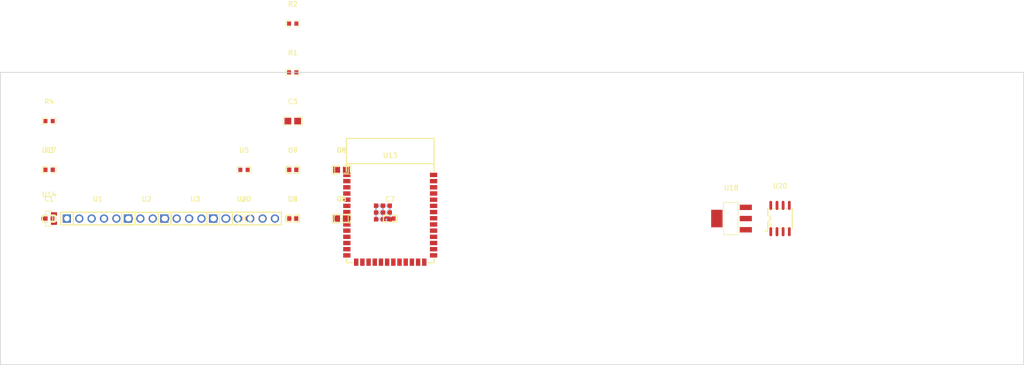
<source format=kicad_pcb>
(kicad_pcb (version 20241229) (generator "pcbnew") (generator_version "9.0")
  (layers (0 "F.Cu" signal) (31 "B.Cu" signal) (34 "B.Paste" user) (35 "F.Paste" user) (36 "B.SilkS" user "B.Silkscreen") (37 "F.SilkS" user "F.Silkscreen") (38 "B.Mask" user) (39 "F.Mask" user) (44 "Edge.Cuts" user))
  (net 0 "")
  (net 1 "io8")
  (net 2 "io40")
  (net 4 "footprint-anode-1")
  (net 5 "footprint-anode-0")
  (net 6 "io45")
  (net 7 "io2")
  (net 11 "io17")
  (net 12 "io37")
  (net 13 "footprint-ctrl-1")
  (net 14 "footprint-ctrl-3")
  (net 15 "spi_miso")
  (net 16 "io9")
  (net 17 "io47")
  (net 18 "footprint-anode-2")
  (net 20 "usb_dm")
  (net 21 "io42")
  (net 22 "io15")
  (net 23 "io39")
  (net 27 "io21")
  (net 28 "spi_mosi")
  (net 29 "io48")
  (net 30 "sck")
  (net 31 "footprint-ctrl-0")
  (net 32 "nc")
  (net 33 "io38")
  (net 34 "io3")
  (net 35 "cs")
  (net 36 "io36")
  (net 37 "io35")
  (net 40 "io46")
  (net 41 "io16")
  (net 42 "footprint-ctrl-2")
  (net 43 "io41")
  (net 45 "io14")
  (net 46 "io18")
  (net 47 "usb_dp")
  (net 52 "base")
  (net 50 "conn-net-12")
  (net 53 "GND")
  (net 55 "conn-net-4")
  (net 56 "conn-net-9")
  (net 57 "conn-net-5")
  (net 58 "footprint-net-3")
  (net 59 "power-VCC")
  (net 60 "conn-net-3")
  (net 61 "footprint-net-1")
  (net 62 "footprint-net-2")
  (net 63 "conn-net-7")
  (net 64 "conn-net-1")
  (net 65 "ssr_neg")
  (net 66 "conn-net-11")
  (net 67 "tc_minus")
  (net 68 "footprint-net-0")
  (net 69 "tc_plus")
  (net 70 "conn-net-6")
  (net 71 "en")
  (net 72 "output")
  (net 73 "conn-net-0")
  (net 74 "power_5v-VCC")
  (net 75 "conn-net-10")
  (net 76 "io0")
  (net 77 "conn-net-8")
  (net 78 "conn-net-2")
  (net 79 "pressure_adc")
  (footprint "Hubei_KENTO_Elec_KT_0603R:LED0603-RD" (layer "F.Cu") (at 40 0 0)
    (property "Reference" "U4" (at 0 -4 0) (layer "F.SilkS") (hide no))
    (property "Value" "")
    (fp_line (start 0.22 0.33) (end 0.21 0.33) (stroke (width 0.15)) (layer "F.SilkS"))
    (fp_line (start 0.21 0.33) (end -0.12 0) (stroke (width 0.15)) (layer "F.SilkS"))
    (fp_line (start 0.22 -0.35) (end 0.22 -0.34) (stroke (width 0.15)) (layer "F.SilkS"))
    (fp_line (start 0.22 -0.34) (end -0.12 0) (stroke (width 0.15)) (layer "F.SilkS"))
    (fp_line (start 0.22 -0.35) (end 0.22 0.33) (stroke (width 0.15)) (layer "F.SilkS"))
    (fp_line (start 0.24 -0.75) (end 1.39 -0.75) (stroke (width 0.15)) (layer "F.SilkS"))
    (fp_line (start 0.24 0.75) (end 1.39 0.75) (stroke (width 0.15)) (layer "F.SilkS"))
    (fp_line (start 1.39 -0.75) (end 1.39 0.73) (stroke (width 0.15)) (layer "F.SilkS"))
    (fp_line (start -0.14 0.75) (end -1.19 0.75) (stroke (width 0.15)) (layer "F.SilkS"))
    (fp_line (start -1.49 0.35) (end -1.49 0.45) (stroke (width 0.15)) (layer "F.SilkS"))
    (fp_line (start -1.49 0.45) (end -1.19 0.75) (stroke (width 0.15)) (layer "F.SilkS"))
    (fp_line (start -1.49 -0.35) (end -1.49 0.35) (stroke (width 0.15)) (layer "F.SilkS"))
    (fp_line (start -1.49 -0.35) (end -1.49 -0.45) (stroke (width 0.15)) (layer "F.SilkS"))
    (fp_line (start -1.49 -0.45) (end -1.19 -0.75) (stroke (width 0.15)) (layer "F.SilkS"))
    (fp_line (start -0.14 -0.75) (end -1.19 -0.75) (stroke (width 0.15)) (layer "F.SilkS"))
    (fp_line (start 0.22 0) (end -0.12 0) (stroke (width 0.15)) (layer "F.SilkS"))
    (fp_text user "${REFERENCE}" (at 0 -4 0) (layer "F.SilkS"))
    (pad "2" smd rect (at 0.75 0 90) (size 0.8 0.8) (layers "F.Cu" "F.Paste" "F.Mask") (net 5 "footprint-anode-0"))
    (pad "1" smd rect (at -0.75 0 90) (size 0.8 0.8) (layers "F.Cu" "F.Paste" "F.Mask") (net 31 "footprint-ctrl-0"))
  )
  (footprint "UNI_ROYAL_0603WAF1500T5E:R0603" (layer "F.Cu") (at 40 -10 0)
    (property "Reference" "U5" (at 0 -4 0) (layer "F.SilkS") (hide no))
    (property "Value" "150Ω ±1% 100mW")
    (fp_line (start 0.43 0.66) (end 1.39 0.66) (stroke (width 0.15)) (layer "F.SilkS"))
    (fp_line (start 1.39 0.66) (end 1.39 -0.66) (stroke (width 0.15)) (layer "F.SilkS"))
    (fp_line (start 1.39 -0.66) (end 0.43 -0.66) (stroke (width 0.15)) (layer "F.SilkS"))
    (fp_line (start -0.43 0.66) (end -1.39 0.66) (stroke (width 0.15)) (layer "F.SilkS"))
    (fp_line (start -1.39 0.66) (end -1.39 -0.66) (stroke (width 0.15)) (layer "F.SilkS"))
    (fp_line (start -1.39 -0.66) (end -0.43 -0.66) (stroke (width 0.15)) (layer "F.SilkS"))
    (fp_text user "${REFERENCE}" (at 0 -4 0) (layer "F.SilkS"))
    (pad "2" smd rect (at 0.75 0 0) (size 0.81 0.86) (layers "F.Cu" "F.Paste" "F.Mask") (net 5 "footprint-anode-0"))
    (pad "1" smd rect (at -0.75 0 0) (size 0.81 0.86) (layers "F.Cu" "F.Paste" "F.Mask") (net 59 "power-VCC"))
  )
  (footprint "Everlight_Elec_19_217_BHC_ZL1M2RY_3T:LED0603-FD_BLUE" (layer "F.Cu") (at 50 0 0)
    (property "Reference" "U6" (at 0 -4 0) (layer "F.SilkS") (hide no))
    (property "Value" "")
    (fp_line (start 0.09 -0.34) (end 0.09 0.15) (stroke (width 0.15)) (layer "F.SilkS"))
    (fp_line (start 0.09 0.15) (end 0.04 0.19) (stroke (width 0.15)) (layer "F.SilkS"))
    (fp_line (start -0.2 -0.05) (end 0.2 0.4) (stroke (width 0.15)) (layer "F.SilkS"))
    (fp_line (start 0.2 0.4) (end 0.2 -0.45) (stroke (width 0.15)) (layer "F.SilkS"))
    (fp_line (start 0.19 -0.44) (end -0.2 -0.05) (stroke (width 0.15)) (layer "F.SilkS"))
    (fp_line (start -0.04 -0.21) (end -0.04 0.1) (stroke (width 0.15)) (layer "F.SilkS"))
    (fp_line (start -0.04 0.1) (end -0.05 0.1) (stroke (width 0.15)) (layer "F.SilkS"))
    (fp_line (start 0.1 -0.05) (end -0.2 -0.05) (stroke (width 0.15)) (layer "F.SilkS"))
    (fp_line (start -0.4 -0.76) (end -1.2 -0.75) (stroke (width 0.15)) (layer "F.SilkS"))
    (fp_line (start -0.32 0.76) (end -1.2 0.75) (stroke (width 0.15)) (layer "F.SilkS"))
    (fp_line (start 0.13 0.75) (end 1.38 0.75) (stroke (width 0.15)) (layer "F.SilkS"))
    (fp_line (start -1.5 0.35) (end -1.5 0.45) (stroke (width 0.15)) (layer "F.SilkS"))
    (fp_line (start -1.5 0.45) (end -1.2 0.75) (stroke (width 0.15)) (layer "F.SilkS"))
    (fp_line (start -1.5 -0.35) (end -1.5 -0.45) (stroke (width 0.15)) (layer "F.SilkS"))
    (fp_line (start -1.5 -0.45) (end -1.2 -0.75) (stroke (width 0.15)) (layer "F.SilkS"))
    (fp_line (start -1.5 -0.35) (end -1.5 0.35) (stroke (width 0.15)) (layer "F.SilkS"))
    (fp_line (start 1.38 -0.75) (end 1.38 0.73) (stroke (width 0.15)) (layer "F.SilkS"))
    (fp_line (start 0.13 -0.75) (end 1.38 -0.75) (stroke (width 0.15)) (layer "F.SilkS"))
    (fp_text user "${REFERENCE}" (at 0 -4 0) (layer "F.SilkS"))
    (pad "2" smd rect (at 0.72 0 180) (size 0.8 0.9) (layers "F.Cu" "F.Paste" "F.Mask") (net 4 "footprint-anode-1"))
    (pad "1" smd rect (at -0.72 0 180) (size 0.8 0.9) (layers "F.Cu" "F.Paste" "F.Mask") (net 13 "footprint-ctrl-1"))
  )
  (footprint "UNI_ROYAL_0603WAF1200T5E:R0603" (layer "F.Cu") (at 50 -10 0)
    (property "Reference" "U7" (at 0 -4 0) (layer "F.SilkS") (hide no))
    (property "Value" "120Ω ±1% 100mW")
    (fp_line (start 0.43 0.66) (end 1.39 0.66) (stroke (width 0.15)) (layer "F.SilkS"))
    (fp_line (start 1.39 0.66) (end 1.39 -0.66) (stroke (width 0.15)) (layer "F.SilkS"))
    (fp_line (start 1.39 -0.66) (end 0.43 -0.66) (stroke (width 0.15)) (layer "F.SilkS"))
    (fp_line (start -0.43 0.66) (end -1.39 0.66) (stroke (width 0.15)) (layer "F.SilkS"))
    (fp_line (start -1.39 0.66) (end -1.39 -0.66) (stroke (width 0.15)) (layer "F.SilkS"))
    (fp_line (start -1.39 -0.66) (end -0.43 -0.66) (stroke (width 0.15)) (layer "F.SilkS"))
    (fp_text user "${REFERENCE}" (at 0 -4 0) (layer "F.SilkS"))
    (pad "2" smd rect (at 0.75 0 0) (size 0.81 0.86) (layers "F.Cu" "F.Paste" "F.Mask") (net 4 "footprint-anode-1"))
    (pad "1" smd rect (at -0.75 0 0) (size 0.81 0.86) (layers "F.Cu" "F.Paste" "F.Mask") (net 59 "power-VCC"))
  )
  (footprint "Everlight_Elec_19_217_GHC_YR1S2_3T:LED0603-RD" (layer "F.Cu") (at 60 0 0)
    (property "Reference" "U8" (at 0 -4 0) (layer "F.SilkS") (hide no))
    (property "Value" "")
    (fp_line (start 0.22 0.33) (end 0.21 0.33) (stroke (width 0.15)) (layer "F.SilkS"))
    (fp_line (start 0.21 0.33) (end -0.12 0) (stroke (width 0.15)) (layer "F.SilkS"))
    (fp_line (start 0.22 -0.35) (end 0.22 -0.34) (stroke (width 0.15)) (layer "F.SilkS"))
    (fp_line (start 0.22 -0.34) (end -0.12 0) (stroke (width 0.15)) (layer "F.SilkS"))
    (fp_line (start 0.22 -0.35) (end 0.22 0.33) (stroke (width 0.15)) (layer "F.SilkS"))
    (fp_line (start 0.24 -0.75) (end 1.39 -0.75) (stroke (width 0.15)) (layer "F.SilkS"))
    (fp_line (start 0.24 0.75) (end 1.39 0.75) (stroke (width 0.15)) (layer "F.SilkS"))
    (fp_line (start 1.39 -0.75) (end 1.39 0.73) (stroke (width 0.15)) (layer "F.SilkS"))
    (fp_line (start -0.14 0.75) (end -1.19 0.75) (stroke (width 0.15)) (layer "F.SilkS"))
    (fp_line (start -1.49 0.35) (end -1.49 0.45) (stroke (width 0.15)) (layer "F.SilkS"))
    (fp_line (start -1.49 0.45) (end -1.19 0.75) (stroke (width 0.15)) (layer "F.SilkS"))
    (fp_line (start -1.49 -0.35) (end -1.49 0.35) (stroke (width 0.15)) (layer "F.SilkS"))
    (fp_line (start -1.49 -0.35) (end -1.49 -0.45) (stroke (width 0.15)) (layer "F.SilkS"))
    (fp_line (start -1.49 -0.45) (end -1.19 -0.75) (stroke (width 0.15)) (layer "F.SilkS"))
    (fp_line (start -0.14 -0.75) (end -1.19 -0.75) (stroke (width 0.15)) (layer "F.SilkS"))
    (fp_line (start 0.22 0) (end -0.12 0) (stroke (width 0.15)) (layer "F.SilkS"))
    (fp_text user "${REFERENCE}" (at 0 -4 0) (layer "F.SilkS"))
    (pad "2" smd rect (at 0.75 0 90) (size 0.8 0.8) (layers "F.Cu" "F.Paste" "F.Mask") (net 18 "footprint-anode-2"))
    (pad "1" smd rect (at -0.75 0 90) (size 0.8 0.8) (layers "F.Cu" "F.Paste" "F.Mask") (net 42 "footprint-ctrl-2"))
  )
  (footprint "UNI_ROYAL_0603WAF1000T5E:R0603" (layer "F.Cu") (at 60 -10 0)
    (property "Reference" "U9" (at 0 -4 0) (layer "F.SilkS") (hide no))
    (property "Value" "100Ω ±1% 100mW")
    (fp_line (start 0.43 0.66) (end 1.39 0.66) (stroke (width 0.15)) (layer "F.SilkS"))
    (fp_line (start 1.39 0.66) (end 1.39 -0.66) (stroke (width 0.15)) (layer "F.SilkS"))
    (fp_line (start 1.39 -0.66) (end 0.43 -0.66) (stroke (width 0.15)) (layer "F.SilkS"))
    (fp_line (start -0.43 0.66) (end -1.39 0.66) (stroke (width 0.15)) (layer "F.SilkS"))
    (fp_line (start -1.39 0.66) (end -1.39 -0.66) (stroke (width 0.15)) (layer "F.SilkS"))
    (fp_line (start -1.39 -0.66) (end -0.43 -0.66) (stroke (width 0.15)) (layer "F.SilkS"))
    (fp_text user "${REFERENCE}" (at 0 -4 0) (layer "F.SilkS"))
    (pad "2" smd rect (at 0.75 0 0) (size 0.81 0.86) (layers "F.Cu" "F.Paste" "F.Mask") (net 18 "footprint-anode-2"))
    (pad "1" smd rect (at -0.75 0 0) (size 0.81 0.86) (layers "F.Cu" "F.Paste" "F.Mask") (net 59 "power-VCC"))
  )
  (footprint "Espressif_Systems_ESP32_S3_WROOM_1_N8:WIFIM-SMD_ESP32-S3-WROOM-1-N8" (layer "F.Cu") (at 70 0 0)
    (property "Reference" "U13" (at 0 -12.95 0) (layer "F.SilkS") (hide no))
    (property "Value" "")
    (fp_line (start -9 -11.26) (end 9 -11.26) (stroke (width 0.25)) (layer "F.SilkS"))
    (fp_line (start -9 -9.63) (end -9 -11.04) (stroke (width 0.25)) (layer "F.SilkS"))
    (fp_line (start -7.67 9.06) (end -9 9.06) (stroke (width 0.25)) (layer "F.SilkS"))
    (fp_line (start -9 9.06) (end -9 8.24) (stroke (width 0.25)) (layer "F.SilkS"))
    (fp_line (start 9 8.24) (end 9 9.06) (stroke (width 0.25)) (layer "F.SilkS"))
    (fp_line (start 9 9.06) (end 7.67 9.06) (stroke (width 0.25)) (layer "F.SilkS"))
    (fp_line (start -9 -10.99) (end -9 -16.44) (stroke (width 0.25)) (layer "F.SilkS"))
    (fp_line (start -9 -16.44) (end 9 -16.44) (stroke (width 0.25)) (layer "F.SilkS"))
    (fp_line (start 9 -16.44) (end 9 -9.63) (stroke (width 0.25)) (layer "F.SilkS"))
    (fp_text user "${REFERENCE}" (at 0 -12.95 0) (layer "F.SilkS"))
    (pad "1" smd rect (at -8.9 -8.95 0) (size 1.5 0.9) (layers "F.Cu" "F.Paste" "F.Mask") (net 53 "GND"))
    (pad "2" smd rect (at -8.9 -7.68 0) (size 1.5 0.9) (layers "F.Cu" "F.Paste" "F.Mask") (net 59 "power-VCC"))
    (pad "3" smd rect (at -8.9 -6.41 0) (size 1.5 0.9) (layers "F.Cu" "F.Paste" "F.Mask") (net 71 "en"))
    (pad "4" smd rect (at -8.9 -5.14 0) (size 1.5 0.9) (layers "F.Cu" "F.Paste" "F.Mask") (net 14 "footprint-ctrl-3"))
    (pad "5" smd rect (at -8.9 -3.87 0) (size 1.5 0.9) (layers "F.Cu" "F.Paste" "F.Mask") (net 42 "footprint-ctrl-2"))
    (pad "6" smd rect (at -8.9 -2.6 0) (size 1.5 0.9) (layers "F.Cu" "F.Paste" "F.Mask") (net 13 "footprint-ctrl-1"))
    (pad "7" smd rect (at -8.9 -1.33 0) (size 1.5 0.9) (layers "F.Cu" "F.Paste" "F.Mask") (net 31 "footprint-ctrl-0"))
    (pad "8" smd rect (at -8.9 -0.06 0) (size 1.5 0.9) (layers "F.Cu" "F.Paste" "F.Mask") (net 22 "io15"))
    (pad "9" smd rect (at -8.9 1.21 0) (size 1.5 0.9) (layers "F.Cu" "F.Paste" "F.Mask") (net 41 "io16"))
    (pad "10" smd rect (at -8.9 2.48 0) (size 1.5 0.9) (layers "F.Cu" "F.Paste" "F.Mask") (net 11 "io17"))
    (pad "11" smd rect (at -8.9 3.75 0) (size 1.5 0.9) (layers "F.Cu" "F.Paste" "F.Mask") (net 46 "io18"))
    (pad "12" smd rect (at -8.9 5.02 0) (size 1.5 0.9) (layers "F.Cu" "F.Paste" "F.Mask") (net 1 "io8"))
    (pad "13" smd rect (at -8.9 6.29 0) (size 1.5 0.9) (layers "F.Cu" "F.Paste" "F.Mask") (net 20 "usb_dm"))
    (pad "14" smd rect (at -8.9 7.56 0) (size 1.5 0.9) (layers "F.Cu" "F.Paste" "F.Mask") (net 47 "usb_dp"))
    (pad "15" smd rect (at -6.98 8.95 0) (size 0.9 1.5) (layers "F.Cu" "F.Paste" "F.Mask") (net 34 "io3"))
    (pad "16" smd rect (at -5.71 8.95 0) (size 0.9 1.5) (layers "F.Cu" "F.Paste" "F.Mask") (net 62 "footprint-net-2"))
    (pad "17" smd rect (at -4.44 8.95 0) (size 0.9 1.5) (layers "F.Cu" "F.Paste" "F.Mask") (net 16 "io9"))
    (pad "18" smd rect (at -3.17 8.95 0) (size 0.9 1.5) (layers "F.Cu" "F.Paste" "F.Mask") (net 35 "cs"))
    (pad "19" smd rect (at -1.9 8.95 0) (size 0.9 1.5) (layers "F.Cu" "F.Paste" "F.Mask") (net 28 "spi_mosi"))
    (pad "20" smd rect (at -0.63 8.95 0) (size 0.9 1.5) (layers "F.Cu" "F.Paste" "F.Mask") (net 30 "sck"))
    (pad "21" smd rect (at 0.64 8.95 0) (size 0.9 1.5) (layers "F.Cu" "F.Paste" "F.Mask") (net 15 "spi_miso"))
    (pad "22" smd rect (at 1.91 8.95 0) (size 0.9 1.5) (layers "F.Cu" "F.Paste" "F.Mask") (net 45 "io14"))
    (pad "23" smd rect (at 3.18 8.95 0) (size 0.9 1.5) (layers "F.Cu" "F.Paste" "F.Mask") (net 27 "io21"))
    (pad "24" smd rect (at 4.45 8.95 0) (size 0.9 1.5) (layers "F.Cu" "F.Paste" "F.Mask") (net 61 "footprint-net-1"))
    (pad "25" smd rect (at 5.72 8.95 0) (size 0.9 1.5) (layers "F.Cu" "F.Paste" "F.Mask") (net 7 "io2"))
    (pad "26" smd rect (at 6.99 8.95 0) (size 0.9 1.5) (layers "F.Cu" "F.Paste" "F.Mask") (net 79 "pressure_adc"))
    (pad "27" smd rect (at 8.9 7.56 0) (size 1.5 0.9) (layers "F.Cu" "F.Paste" "F.Mask") (net 76 "io0"))
    (pad "28" smd rect (at 8.9 6.29 0) (size 1.5 0.9) (layers "F.Cu" "F.Paste" "F.Mask") (net 37 "io35"))
    (pad "29" smd rect (at 8.9 5.02 0) (size 1.5 0.9) (layers "F.Cu" "F.Paste" "F.Mask") (net 36 "io36"))
    (pad "30" smd rect (at 8.9 3.75 0) (size 1.5 0.9) (layers "F.Cu" "F.Paste" "F.Mask") (net 12 "io37"))
    (pad "31" smd rect (at 8.9 2.48 0) (size 1.5 0.9) (layers "F.Cu" "F.Paste" "F.Mask") (net 33 "io38"))
    (pad "32" smd rect (at 8.9 1.21 0) (size 1.5 0.9) (layers "F.Cu" "F.Paste" "F.Mask") (net 23 "io39"))
    (pad "33" smd rect (at 8.9 -0.06 0) (size 1.5 0.9) (layers "F.Cu" "F.Paste" "F.Mask") (net 2 "io40"))
    (pad "34" smd rect (at 8.9 -1.33 0) (size 1.5 0.9) (layers "F.Cu" "F.Paste" "F.Mask") (net 43 "io41"))
    (pad "35" smd rect (at 8.9 -2.6 0) (size 1.5 0.9) (layers "F.Cu" "F.Paste" "F.Mask") (net 21 "io42"))
    (pad "36" smd rect (at 8.9 -3.87 0) (size 1.5 0.9) (layers "F.Cu" "F.Paste" "F.Mask") (net 6 "io45"))
    (pad "37" smd rect (at 8.9 -5.14 0) (size 1.5 0.9) (layers "F.Cu" "F.Paste" "F.Mask") (net 40 "io46"))
    (pad "38" smd rect (at 8.9 -6.41 0) (size 1.5 0.9) (layers "F.Cu" "F.Paste" "F.Mask") (net 17 "io47"))
    (pad "39" smd rect (at 8.9 -7.68 0) (size 1.5 0.9) (layers "F.Cu" "F.Paste" "F.Mask") (net 29 "io48"))
    (pad "40" smd rect (at 8.9 -8.95 0) (size 1.5 0.9) (layers "F.Cu" "F.Paste" "F.Mask") (net 53 "GND"))
    (pad "41" smd rect (at -1.5 -1.24 90) (size 0.9 0.9) (layers "F.Cu" "F.Paste" "F.Mask") (net 53 "GND"))
    (pad "41" smd rect (at -2.9 -1.24 90) (size 0.9 0.9) (layers "F.Cu" "F.Paste" "F.Mask") (net 53 "GND"))
    (pad "41" smd rect (at -0.1 -1.24 90) (size 0.9 0.9) (layers "F.Cu" "F.Paste" "F.Mask") (net 53 "GND"))
    (pad "41" smd rect (at -0.1 -2.64 90) (size 0.9 0.9) (layers "F.Cu" "F.Paste" "F.Mask") (net 53 "GND"))
    (pad "41" smd rect (at -1.5 -2.64 90) (size 0.9 0.9) (layers "F.Cu" "F.Paste" "F.Mask") (net 53 "GND"))
    (pad "41" smd rect (at -2.9 -2.64 90) (size 0.9 0.9) (layers "F.Cu" "F.Paste" "F.Mask") (net 53 "GND"))
    (pad "41" smd rect (at -2.9 0.16 90) (size 0.9 0.9) (layers "F.Cu" "F.Paste" "F.Mask") (net 53 "GND"))
    (pad "41" smd rect (at -1.5 0.16 90) (size 0.9 0.9) (layers "F.Cu" "F.Paste" "F.Mask") (net 53 "GND"))
    (pad "41" smd rect (at -0.1 0.16 90) (size 0.9 0.9) (layers "F.Cu" "F.Paste" "F.Mask") (net 53 "GND"))
    (pad "" thru_hole circle (at -1.5 -1.94 0) (size 0.4 0.4) (drill 0.25) (layers "*.Cu" "*.Paste" "*.Mask") (net 68 "footprint-net-0"))
    (pad "" thru_hole circle (at -1.5 -0.54 0) (size 0.4 0.4) (drill 0.25) (layers "*.Cu" "*.Paste" "*.Mask") (net 68 "footprint-net-0"))
    (pad "" thru_hole circle (at -0.1 -0.54 0) (size 0.4 0.4) (drill 0.25) (layers "*.Cu" "*.Paste" "*.Mask") (net 68 "footprint-net-0"))
    (pad "" thru_hole circle (at -0.1 -1.94 0) (size 0.4 0.4) (drill 0.25) (layers "*.Cu" "*.Paste" "*.Mask") (net 68 "footprint-net-0"))
    (pad "" thru_hole circle (at -0.8 -2.64 0) (size 0.4 0.4) (drill 0.25) (layers "*.Cu" "*.Paste" "*.Mask") (net 68 "footprint-net-0"))
    (pad "" thru_hole circle (at -0.8 -1.24 0) (size 0.4 0.4) (drill 0.25) (layers "*.Cu" "*.Paste" "*.Mask") (net 68 "footprint-net-0"))
    (pad "" thru_hole circle (at -0.8 0.16 0) (size 0.4 0.4) (drill 0.25) (layers "*.Cu" "*.Paste" "*.Mask") (net 68 "footprint-net-0"))
    (pad "" thru_hole circle (at -2.9 -0.54 0) (size 0.4 0.4) (drill 0.25) (layers "*.Cu" "*.Paste" "*.Mask") (net 68 "footprint-net-0"))
    (pad "" thru_hole circle (at -2.9 -1.94 0) (size 0.4 0.4) (drill 0.25) (layers "*.Cu" "*.Paste" "*.Mask") (net 68 "footprint-net-0"))
    (pad "" thru_hole circle (at -2.2 -2.64 0) (size 0.4 0.4) (drill 0.25) (layers "*.Cu" "*.Paste" "*.Mask") (net 68 "footprint-net-0"))
    (pad "" thru_hole circle (at -2.2 -1.24 0) (size 0.4 0.4) (drill 0.25) (layers "*.Cu" "*.Paste" "*.Mask") (net 68 "footprint-net-0"))
    (pad "" thru_hole circle (at -2.2 0.16 0) (size 0.4 0.4) (drill 0.25) (layers "*.Cu" "*.Paste" "*.Mask") (net 68 "footprint-net-0"))
  )
  (footprint "Advanced_Monolithic_Systems_AMS1117_3_3:SOT-223-3_L6.5-W3.4-P2.30-LS7.0-BR" (layer "F.Cu") (at 140 0 0)
    (property "Reference" "U18" (at 0 -6.3 0) (layer "F.SilkS") (hide no))
    (property "Value" "")
    (fp_line (start -1.57 3.33) (end -1.57 -3.33) (stroke (width 0.15)) (layer "F.SilkS"))
    (fp_line (start -1.57 -3.33) (end 1.37 -3.33) (stroke (width 0.15)) (layer "F.SilkS"))
    (fp_line (start 1.37 -3.33) (end 1.37 3.33) (stroke (width 0.15)) (layer "F.SilkS"))
    (fp_line (start 1.37 3.33) (end -1.57 3.33) (stroke (width 0.15)) (layer "F.SilkS"))
    (fp_text user "${REFERENCE}" (at 0 -6.3 0) (layer "F.SilkS"))
    (pad "1" smd rect (at 2.97 2.3 0) (size 2.5 1.1) (layers "F.Cu" "F.Paste" "F.Mask") (net 53 "GND"))
    (pad "2" smd rect (at 2.97 0 0) (size 2.5 1.1) (layers "F.Cu" "F.Paste" "F.Mask") (net 59 "power-VCC"))
    (pad "3" smd rect (at 2.97 -2.3 0) (size 2.5 1.1) (layers "F.Cu" "F.Paste" "F.Mask") (net 74 "power_5v-VCC"))
    (pad "4" smd rect (at -2.97 0 0) (size 2.34 3.6) (layers "F.Cu" "F.Paste" "F.Mask") (net 58 "footprint-net-3"))
  )
  (footprint "Maxim_Integrated_MAX31855KASA_T:SO-8_L4.9-W3.9-P1.27-LS5.9-BL" (layer "F.Cu") (at 150 0 0)
    (property "Reference" "U20" (at 0 -6.7 0) (layer "F.SilkS") (hide no))
    (property "Value" "")
    (fp_line (start -2.5 2) (end -2.5 0.63) (stroke (width 0.25)) (layer "F.SilkS"))
    (fp_line (start -2.5 -2) (end -2.5 -0.63) (stroke (width 0.25)) (layer "F.SilkS"))
    (fp_line (start 2.5 -2) (end 2.5 2) (stroke (width 0.25)) (layer "F.SilkS"))
    (fp_line (start 2.42 2) (end 2.5 2) (stroke (width 0.25)) (layer "F.SilkS"))
    (fp_line (start 1.15 2) (end 1.39 2) (stroke (width 0.25)) (layer "F.SilkS"))
    (fp_line (start -0.12 2) (end 0.12 2) (stroke (width 0.25)) (layer "F.SilkS"))
    (fp_line (start -1.39 2) (end -1.15 2) (stroke (width 0.25)) (layer "F.SilkS"))
    (fp_line (start -2.5 2) (end -2.42 2) (stroke (width 0.25)) (layer "F.SilkS"))
    (fp_line (start 2.42 -2) (end 2.5 -2) (stroke (width 0.25)) (layer "F.SilkS"))
    (fp_line (start 1.15 -2) (end 1.39 -2) (stroke (width 0.25)) (layer "F.SilkS"))
    (fp_line (start -0.12 -2) (end 0.12 -2) (stroke (width 0.25)) (layer "F.SilkS"))
    (fp_line (start -1.39 -2) (end -1.15 -2) (stroke (width 0.25)) (layer "F.SilkS"))
    (fp_line (start -2.5 -2) (end -2.42 -2) (stroke (width 0.25)) (layer "F.SilkS"))
    (fp_arc (start -2.5 -0.63) (mid -1.9704743384926213 -0.002632161383710016) (end -2.4948179032641584 0.6290731949396153) (stroke (width 0.25)) (layer "F.SilkS"))
    (fp_circle (center -1.91 1.27) (end -1.76 1.27) (stroke (width 0.3)) (fill no) (layer "F.SilkS"))
    (fp_circle (center -2.79 2.54) (end -2.64 2.54) (stroke (width 0.3)) (fill no) (layer "F.SilkS"))
    (fp_text user "${REFERENCE}" (at 0 -6.7 0) (layer "F.SilkS"))
    (pad "1" smd oval (at -1.91 2.7 0) (size 0.57 1.89) (layers "F.Cu" "F.Paste" "F.Mask") (net 53 "GND"))
    (pad "2" smd oval (at -0.63 2.7 0) (size 0.57 1.89) (layers "F.Cu" "F.Paste" "F.Mask") (net 67 "tc_minus"))
    (pad "3" smd oval (at 0.63 2.7 0) (size 0.57 1.89) (layers "F.Cu" "F.Paste" "F.Mask") (net 69 "tc_plus"))
    (pad "4" smd oval (at 1.9 2.7 0) (size 0.57 1.89) (layers "F.Cu" "F.Paste" "F.Mask") (net 59 "power-VCC"))
    (pad "8" smd oval (at -1.91 -2.7 0) (size 0.57 1.89) (layers "F.Cu" "F.Paste" "F.Mask") (net 32 "nc"))
    (pad "7" smd oval (at -0.63 -2.7 0) (size 0.57 1.89) (layers "F.Cu" "F.Paste" "F.Mask") (net 15 "spi_miso"))
    (pad "6" smd oval (at 0.63 -2.7 0) (size 0.57 1.89) (layers "F.Cu" "F.Paste" "F.Mask") (net 35 "cs"))
    (pad "5" smd oval (at 1.9 -2.7 0) (size 0.57 1.89) (layers "F.Cu" "F.Paste" "F.Mask") (net 30 "sck"))
  )
  (footprint "Changjiang_Electronics_Tech_BC817_40_RANGE_250_600:SOT-23-3_L2.9-W1.3-P1.90-LS2.4-BR" (layer "F.Cu") (at 0 0 0)
    (property "Reference" "U14" (at 0 -4.95 0) (layer "F.SilkS") (hide no))
    (property "Value" "")
    (fp_line (start 0.73 -1.53) (end -0.73 -1.53) (stroke (width 0.15)) (layer "F.SilkS"))
    (fp_line (start -0.73 -1.53) (end -0.73 -0.49) (stroke (width 0.15)) (layer "F.SilkS"))
    (fp_line (start 0.73 1.53) (end -0.73 1.53) (stroke (width 0.15)) (layer "F.SilkS"))
    (fp_line (start -0.73 1.53) (end -0.73 0.49) (stroke (width 0.15)) (layer "F.SilkS"))
    (fp_line (start 0.73 -0.46) (end 0.73 0.46) (stroke (width 0.15)) (layer "F.SilkS"))
    (fp_text user "${REFERENCE}" (at 0 -4.95 0) (layer "F.SilkS"))
    (pad "1" smd rect (at 1 0.95 0) (size 1.25 0.7) (layers "F.Cu" "F.Paste" "F.Mask") (net 52 "base"))
    (pad "2" smd rect (at 1 -0.95 0) (size 1.25 0.7) (layers "F.Cu" "F.Paste" "F.Mask") (net 53 "GND"))
    (pad "3" smd rect (at -1 0 0) (size 1.25 0.7) (layers "F.Cu" "F.Paste" "F.Mask") (net 65 "ssr_neg"))
  )
  (footprint "UNI_ROYAL_0603WAF1001T5E:R0603" (layer "F.Cu") (at 0 -10 0)
    (property "Reference" "U17" (at 0 -4 0) (layer "F.SilkS") (hide no))
    (property "Value" "1kΩ ±1% 100mW")
    (fp_line (start 0.43 0.66) (end 1.39 0.66) (stroke (width 0.15)) (layer "F.SilkS"))
    (fp_line (start 1.39 0.66) (end 1.39 -0.66) (stroke (width 0.15)) (layer "F.SilkS"))
    (fp_line (start 1.39 -0.66) (end 0.43 -0.66) (stroke (width 0.15)) (layer "F.SilkS"))
    (fp_line (start -0.43 0.66) (end -1.39 0.66) (stroke (width 0.15)) (layer "F.SilkS"))
    (fp_line (start -1.39 0.66) (end -1.39 -0.66) (stroke (width 0.15)) (layer "F.SilkS"))
    (fp_line (start -1.39 -0.66) (end -0.43 -0.66) (stroke (width 0.15)) (layer "F.SilkS"))
    (fp_text user "${REFERENCE}" (at 0 -4 0) (layer "F.SilkS"))
    (pad "2" smd rect (at 0.75 0 0) (size 0.81 0.86) (layers "F.Cu" "F.Paste" "F.Mask") (net 52 "base"))
    (pad "1" smd rect (at -0.75 0 0) (size 0.81 0.86) (layers "F.Cu" "F.Paste" "F.Mask") (net 14 "footprint-ctrl-3"))
  )
  (footprint "YAGEO_CC0603KRX7R9BB104:C0603" (layer "F.Cu") (at 0 0 0)
    (property "Reference" "C1" (at 0 -4 0) (layer "F.SilkS") (hide no))
    (property "Value" "100nF ±10% 50V X7R")
    (fp_line (start -0.28 0.71) (end -1.08 0.71) (stroke (width 0.25)) (layer "F.SilkS"))
    (fp_line (start 0.28 0.71) (end 1.08 0.71) (stroke (width 0.25)) (layer "F.SilkS"))
    (fp_line (start -0.28 -0.71) (end -1.08 -0.71) (stroke (width 0.25)) (layer "F.SilkS"))
    (fp_line (start 0.28 -0.71) (end 1.08 -0.71) (stroke (width 0.25)) (layer "F.SilkS"))
    (fp_line (start -1.39 0.4) (end -1.39 -0.4) (stroke (width 0.25)) (layer "F.SilkS"))
    (fp_line (start 1.39 -0.4) (end 1.39 0.4) (stroke (width 0.25)) (layer "F.SilkS"))
    (fp_arc (start 1.39 -0.4) (mid 1.2992031021678296 -0.6192031021678296) (end 1.08 -0.7099999999999999) (stroke (width 0.25)) (layer "F.SilkS"))
    (fp_arc (start 1.08 0.71) (mid 1.2992031021678296 0.6192031021678297) (end 1.3900000000000001 0.4) (stroke (width 0.25)) (layer "F.SilkS"))
    (fp_arc (start -1.39 0.4) (mid -1.2992031021678296 0.6192031021678296) (end -1.08 0.7099999999999999) (stroke (width 0.25)) (layer "F.SilkS"))
    (fp_arc (start -1.08 -0.71) (mid -1.2992031021678296 -0.6192031021678297) (end -1.3900000000000001 -0.4) (stroke (width 0.25)) (layer "F.SilkS"))
    (fp_text user "${REFERENCE}" (at 0 -4 0) (layer "F.SilkS"))
    (pad "2" smd rect (at 0.7 0 0) (size 0.8 0.9) (layers "F.Cu" "F.Paste" "F.Mask") (net 53 "GND"))
    (pad "1" smd rect (at -0.7 0 0) (size 0.8 0.9) (layers "F.Cu" "F.Paste" "F.Mask") (net 79 "pressure_adc"))
  )
  (footprint "UNI_ROYAL_0603WAF2002T5E:R0603" (layer "F.Cu") (at 0 -10 0)
    (property "Reference" "R3" (at 0 -4 0) (layer "F.SilkS") (hide no))
    (property "Value" "20kΩ ±1% 100mW")
    (fp_line (start 0.43 0.66) (end 1.39 0.66) (stroke (width 0.15)) (layer "F.SilkS"))
    (fp_line (start 1.39 0.66) (end 1.39 -0.66) (stroke (width 0.15)) (layer "F.SilkS"))
    (fp_line (start 1.39 -0.66) (end 0.43 -0.66) (stroke (width 0.15)) (layer "F.SilkS"))
    (fp_line (start -0.43 0.66) (end -1.39 0.66) (stroke (width 0.15)) (layer "F.SilkS"))
    (fp_line (start -1.39 0.66) (end -1.39 -0.66) (stroke (width 0.15)) (layer "F.SilkS"))
    (fp_line (start -1.39 -0.66) (end -0.43 -0.66) (stroke (width 0.15)) (layer "F.SilkS"))
    (fp_text user "${REFERENCE}" (at 0 -4 0) (layer "F.SilkS"))
    (pad "2" smd rect (at 0.75 0 0) (size 0.81 0.86) (layers "F.Cu" "F.Paste" "F.Mask") (net 53 "GND"))
    (pad "1" smd rect (at -0.75 0 0) (size 0.81 0.86) (layers "F.Cu" "F.Paste" "F.Mask") (net 79 "pressure_adc"))
  )
  (footprint "UNI_ROYAL_0603WAF1002T5E:R0603" (layer "F.Cu") (at 0 -20 0)
    (property "Reference" "R4" (at 0 -4 0) (layer "F.SilkS") (hide no))
    (property "Value" "10kΩ ±1% 100mW")
    (fp_line (start 0.43 0.66) (end 1.39 0.66) (stroke (width 0.15)) (layer "F.SilkS"))
    (fp_line (start 1.39 0.66) (end 1.39 -0.66) (stroke (width 0.15)) (layer "F.SilkS"))
    (fp_line (start 1.39 -0.66) (end 0.43 -0.66) (stroke (width 0.15)) (layer "F.SilkS"))
    (fp_line (start -0.43 0.66) (end -1.39 0.66) (stroke (width 0.15)) (layer "F.SilkS"))
    (fp_line (start -1.39 0.66) (end -1.39 -0.66) (stroke (width 0.15)) (layer "F.SilkS"))
    (fp_line (start -1.39 -0.66) (end -0.43 -0.66) (stroke (width 0.15)) (layer "F.SilkS"))
    (fp_text user "${REFERENCE}" (at 0 -4 0) (layer "F.SilkS"))
    (pad "2" smd rect (at 0.75 0 0) (size 0.81 0.86) (layers "F.Cu" "F.Paste" "F.Mask") (net 79 "pressure_adc"))
    (pad "1" smd rect (at -0.75 0 0) (size 0.81 0.86) (layers "F.Cu" "F.Paste" "F.Mask") (net 72 "output"))
  )
  (footprint "XFCN_PZ254V_11_06P:HDR-TH_6P-P2.54-V-M" (layer "F.Cu") (at 10 0 0)
    (property "Reference" "U1" (at 0 -4 0) (layer "F.SilkS") (hide no))
    (property "Value" "")
    (fp_line (start -7.6 -1.3) (end 7.65 -1.3) (stroke (width 0.25)) (layer "F.SilkS"))
    (fp_line (start 7.65 -1.3) (end 7.65 1.3) (stroke (width 0.25)) (layer "F.SilkS"))
    (fp_line (start 7.65 1.3) (end -7.6 1.3) (stroke (width 0.25)) (layer "F.SilkS"))
    (fp_line (start -7.6 1.3) (end -7.6 -1.3) (stroke (width 0.25)) (layer "F.SilkS"))
    (fp_line (start -5.06 -1.27) (end -5.06 1.27) (stroke (width 0.25)) (layer "F.SilkS"))
    (fp_text user "${REFERENCE}" (at 0 -4 0) (layer "F.SilkS"))
    (pad "1" thru_hole rect (at -6.35 0 0) (size 1.7 1.7) (drill 1.1000231999999999) (layers "*.Cu" "*.Mask") (net 74 "power_5v-VCC"))
    (pad "2" thru_hole circle (at -3.81 0 0) (size 1.7 1.7) (drill 1.1000231999999999) (layers "*.Cu" "*.Mask") (net 53 "GND"))
    (pad "3" thru_hole circle (at -1.27 0 0) (size 1.7 1.7) (drill 1.1000231999999999) (layers "*.Cu" "*.Mask") (net 73 "conn-net-0"))
    (pad "4" thru_hole circle (at 1.27 0 0) (size 1.7 1.7) (drill 1.1000231999999999) (layers "*.Cu" "*.Mask") (net 64 "conn-net-1"))
    (pad "5" thru_hole circle (at 3.81 0 0) (size 1.7 1.7) (drill 1.1000231999999999) (layers "*.Cu" "*.Mask") (net 78 "conn-net-2"))
    (pad "6" thru_hole circle (at 6.35 0 0) (size 1.7 1.7) (drill 1.1000231999999999) (layers "*.Cu" "*.Mask") (net 60 "conn-net-3"))
  )
  (footprint "XFCN_PZ254V_11_04P:HDR-TH_4P-P2.54-V-M" (layer "F.Cu") (at 20 0 0)
    (property "Reference" "U2" (at 0 -4 0) (layer "F.SilkS") (hide no))
    (property "Value" "")
    (fp_line (start -2.52 -1.27) (end 5.08 -1.27) (stroke (width 0.25)) (layer "F.SilkS"))
    (fp_line (start 5.08 -1.27) (end 5.08 1.27) (stroke (width 0.25)) (layer "F.SilkS"))
    (fp_line (start 5.08 1.27) (end -5.08 1.27) (stroke (width 0.25)) (layer "F.SilkS"))
    (fp_line (start -5.08 1.27) (end -5.08 -1.27) (stroke (width 0.25)) (layer "F.SilkS"))
    (fp_line (start -5.08 -1.27) (end -2.52 -1.27) (stroke (width 0.25)) (layer "F.SilkS"))
    (fp_line (start -2.52 -1.27) (end -2.52 1.27) (stroke (width 0.25)) (layer "F.SilkS"))
    (fp_text user "${REFERENCE}" (at 0 -4 0) (layer "F.SilkS"))
    (pad "1" thru_hole rect (at -3.81 0 0) (size 1.7 1.7) (drill 1.1000231999999999) (layers "*.Cu" "*.Mask") (net 74 "power_5v-VCC"))
    (pad "2" thru_hole circle (at -1.27 0 0) (size 1.7 1.7) (drill 1.1000231999999999) (layers "*.Cu" "*.Mask") (net 72 "output"))
    (pad "3" thru_hole circle (at 1.27 0 0) (size 1.7 1.7) (drill 1.1000231999999999) (layers "*.Cu" "*.Mask") (net 53 "GND"))
    (pad "4" thru_hole circle (at 3.81 0 0) (size 1.7 1.7) (drill 1.1000231999999999) (layers "*.Cu" "*.Mask") (net 55 "conn-net-4"))
  )
  (footprint "XFCN_PZ254V_11_06P:HDR-TH_6P-P2.54-V-M" (layer "F.Cu") (at 30 0 0)
    (property "Reference" "U3" (at 0 -4 0) (layer "F.SilkS") (hide no))
    (property "Value" "")
    (fp_line (start -7.6 -1.3) (end 7.65 -1.3) (stroke (width 0.25)) (layer "F.SilkS"))
    (fp_line (start 7.65 -1.3) (end 7.65 1.3) (stroke (width 0.25)) (layer "F.SilkS"))
    (fp_line (start 7.65 1.3) (end -7.6 1.3) (stroke (width 0.25)) (layer "F.SilkS"))
    (fp_line (start -7.6 1.3) (end -7.6 -1.3) (stroke (width 0.25)) (layer "F.SilkS"))
    (fp_line (start -5.06 -1.27) (end -5.06 1.27) (stroke (width 0.25)) (layer "F.SilkS"))
    (fp_text user "${REFERENCE}" (at 0 -4 0) (layer "F.SilkS"))
    (pad "1" thru_hole rect (at -6.35 0 0) (size 1.7 1.7) (drill 1.1000231999999999) (layers "*.Cu" "*.Mask") (net 74 "power_5v-VCC"))
    (pad "2" thru_hole circle (at -3.81 0 0) (size 1.7 1.7) (drill 1.1000231999999999) (layers "*.Cu" "*.Mask") (net 65 "ssr_neg"))
    (pad "3" thru_hole circle (at -1.27 0 0) (size 1.7 1.7) (drill 1.1000231999999999) (layers "*.Cu" "*.Mask") (net 57 "conn-net-5"))
    (pad "4" thru_hole circle (at 1.27 0 0) (size 1.7 1.7) (drill 1.1000231999999999) (layers "*.Cu" "*.Mask") (net 70 "conn-net-6"))
    (pad "5" thru_hole circle (at 3.81 0 0) (size 1.7 1.7) (drill 1.1000231999999999) (layers "*.Cu" "*.Mask") (net 63 "conn-net-7"))
    (pad "6" thru_hole circle (at 6.35 0 0) (size 1.7 1.7) (drill 1.1000231999999999) (layers "*.Cu" "*.Mask") (net 77 "conn-net-8"))
  )
  (footprint "XFCN_PZ254V_11_06P:HDR-TH_6P-P2.54-V-M" (layer "F.Cu") (at 40 0 0)
    (property "Reference" "U10" (at 0 -4 0) (layer "F.SilkS") (hide no))
    (property "Value" "")
    (fp_line (start -7.6 -1.3) (end 7.65 -1.3) (stroke (width 0.25)) (layer "F.SilkS"))
    (fp_line (start 7.65 -1.3) (end 7.65 1.3) (stroke (width 0.25)) (layer "F.SilkS"))
    (fp_line (start 7.65 1.3) (end -7.6 1.3) (stroke (width 0.25)) (layer "F.SilkS"))
    (fp_line (start -7.6 1.3) (end -7.6 -1.3) (stroke (width 0.25)) (layer "F.SilkS"))
    (fp_line (start -5.06 -1.27) (end -5.06 1.27) (stroke (width 0.25)) (layer "F.SilkS"))
    (fp_text user "${REFERENCE}" (at 0 -4 0) (layer "F.SilkS"))
    (pad "1" thru_hole rect (at -6.35 0 0) (size 1.7 1.7) (drill 1.1000231999999999) (layers "*.Cu" "*.Mask") (net 69 "tc_plus"))
    (pad "2" thru_hole circle (at -3.81 0 0) (size 1.7 1.7) (drill 1.1000231999999999) (layers "*.Cu" "*.Mask") (net 67 "tc_minus"))
    (pad "3" thru_hole circle (at -1.27 0 0) (size 1.7 1.7) (drill 1.1000231999999999) (layers "*.Cu" "*.Mask") (net 56 "conn-net-9"))
    (pad "4" thru_hole circle (at 1.27 0 0) (size 1.7 1.7) (drill 1.1000231999999999) (layers "*.Cu" "*.Mask") (net 75 "conn-net-10"))
    (pad "5" thru_hole circle (at 3.81 0 0) (size 1.7 1.7) (drill 1.1000231999999999) (layers "*.Cu" "*.Mask") (net 66 "conn-net-11"))
    (pad "6" thru_hole circle (at 6.35 0 0) (size 1.7 1.7) (drill 1.1000231999999999) (layers "*.Cu" "*.Mask") (net 50 "conn-net-12"))
  )
  (footprint "Samsung_Electro_Mechanics_CL10A105KB8NNNC:C0603" (layer "F.Cu") (at 50 0 0)
    (property "Reference" "C2" (at 0 -4 0) (layer "F.SilkS") (hide no))
    (property "Value" "1µF ±10% 50V X5R")
    (fp_line (start -0.28 0.71) (end -1.08 0.71) (stroke (width 0.25)) (layer "F.SilkS"))
    (fp_line (start 0.28 0.71) (end 1.08 0.71) (stroke (width 0.25)) (layer "F.SilkS"))
    (fp_line (start -0.28 -0.71) (end -1.08 -0.71) (stroke (width 0.25)) (layer "F.SilkS"))
    (fp_line (start 0.28 -0.71) (end 1.08 -0.71) (stroke (width 0.25)) (layer "F.SilkS"))
    (fp_line (start -1.39 0.4) (end -1.39 -0.4) (stroke (width 0.25)) (layer "F.SilkS"))
    (fp_line (start 1.39 -0.4) (end 1.39 0.4) (stroke (width 0.25)) (layer "F.SilkS"))
    (fp_arc (start 1.39 -0.4) (mid 1.2992031021678296 -0.6192031021678296) (end 1.08 -0.7099999999999999) (stroke (width 0.25)) (layer "F.SilkS"))
    (fp_arc (start 1.08 0.71) (mid 1.2992031021678296 0.6192031021678297) (end 1.3900000000000001 0.4) (stroke (width 0.25)) (layer "F.SilkS"))
    (fp_arc (start -1.39 0.4) (mid -1.2992031021678296 0.6192031021678296) (end -1.08 0.7099999999999999) (stroke (width 0.25)) (layer "F.SilkS"))
    (fp_arc (start -1.08 -0.71) (mid -1.2992031021678296 -0.6192031021678297) (end -1.3900000000000001 -0.4) (stroke (width 0.25)) (layer "F.SilkS"))
    (fp_text user "${REFERENCE}" (at 0 -4 0) (layer "F.SilkS"))
    (pad "2" smd rect (at 0.7 0 0) (size 0.8 0.9) (layers "F.Cu" "F.Paste" "F.Mask") (net 53 "GND"))
    (pad "1" smd rect (at -0.7 0 0) (size 0.8 0.9) (layers "F.Cu" "F.Paste" "F.Mask") (net 71 "en"))
  )
  (footprint "YAGEO_CC0603KRX7R9BB104:C0603" (layer "F.Cu") (at 50 -10 0)
    (property "Reference" "C4" (at 0 -4 0) (layer "F.SilkS") (hide no))
    (property "Value" "100nF ±10% 50V X7R")
    (fp_line (start -0.28 0.71) (end -1.08 0.71) (stroke (width 0.25)) (layer "F.SilkS"))
    (fp_line (start 0.28 0.71) (end 1.08 0.71) (stroke (width 0.25)) (layer "F.SilkS"))
    (fp_line (start -0.28 -0.71) (end -1.08 -0.71) (stroke (width 0.25)) (layer "F.SilkS"))
    (fp_line (start 0.28 -0.71) (end 1.08 -0.71) (stroke (width 0.25)) (layer "F.SilkS"))
    (fp_line (start -1.39 0.4) (end -1.39 -0.4) (stroke (width 0.25)) (layer "F.SilkS"))
    (fp_line (start 1.39 -0.4) (end 1.39 0.4) (stroke (width 0.25)) (layer "F.SilkS"))
    (fp_arc (start 1.39 -0.4) (mid 1.2992031021678296 -0.6192031021678296) (end 1.08 -0.7099999999999999) (stroke (width 0.25)) (layer "F.SilkS"))
    (fp_arc (start 1.08 0.71) (mid 1.2992031021678296 0.6192031021678297) (end 1.3900000000000001 0.4) (stroke (width 0.25)) (layer "F.SilkS"))
    (fp_arc (start -1.39 0.4) (mid -1.2992031021678296 0.6192031021678296) (end -1.08 0.7099999999999999) (stroke (width 0.25)) (layer "F.SilkS"))
    (fp_arc (start -1.08 -0.71) (mid -1.2992031021678296 -0.6192031021678297) (end -1.3900000000000001 -0.4) (stroke (width 0.25)) (layer "F.SilkS"))
    (fp_text user "${REFERENCE}" (at 0 -4 0) (layer "F.SilkS"))
    (pad "2" smd rect (at 0.7 0 0) (size 0.8 0.9) (layers "F.Cu" "F.Paste" "F.Mask") (net 53 "GND"))
    (pad "1" smd rect (at -0.7 0 0) (size 0.8 0.9) (layers "F.Cu" "F.Paste" "F.Mask") (net 59 "power-VCC"))
  )
  (footprint "Samsung_Electro_Mechanics_CL21A106KAYNNNE:C0805" (layer "F.Cu") (at 50 -20 0)
    (property "Reference" "C3" (at 0 -4 0) (layer "F.SilkS") (hide no))
    (property "Value" "10µF ±10% 25V X5R")
    (fp_line (start 1.81 -0.9) (end 0.4 -0.9) (stroke (width 0.15)) (layer "F.SilkS"))
    (fp_line (start 0.4 0.9) (end 1.81 0.9) (stroke (width 0.15)) (layer "F.SilkS"))
    (fp_line (start 1.96 0.75) (end 1.96 -0.75) (stroke (width 0.15)) (layer "F.SilkS"))
    (fp_line (start -1.81 -0.9) (end -0.4 -0.9) (stroke (width 0.15)) (layer "F.SilkS"))
    (fp_line (start -0.4 0.9) (end -1.81 0.9) (stroke (width 0.15)) (layer "F.SilkS"))
    (fp_line (start -1.96 0.75) (end -1.96 -0.75) (stroke (width 0.15)) (layer "F.SilkS"))
    (fp_arc (start 1.96 0.75) (mid 1.9160660171779822 0.856066017177982) (end 1.81 0.8999999999999999) (stroke (width 0.15)) (layer "F.SilkS"))
    (fp_arc (start 1.81 -0.9) (mid 1.9160660171779822 -0.8560660171779821) (end 1.96 -0.75) (stroke (width 0.15)) (layer "F.SilkS"))
    (fp_arc (start -1.96 0.75) (mid -1.9160660171779822 0.856066017177982) (end -1.81 0.8999999999999999) (stroke (width 0.15)) (layer "F.SilkS"))
    (fp_arc (start -1.81 -0.9) (mid -1.9160660171779822 -0.8560660171779821) (end -1.96 -0.75) (stroke (width 0.15)) (layer "F.SilkS"))
    (fp_text user "${REFERENCE}" (at 0 -4 0) (layer "F.SilkS"))
    (pad "2" smd rect (at 1 0 0) (size 1.41 1.35) (layers "F.Cu" "F.Paste" "F.Mask") (net 53 "GND"))
    (pad "1" smd rect (at -1 0 0) (size 1.41 1.35) (layers "F.Cu" "F.Paste" "F.Mask") (net 59 "power-VCC"))
  )
  (footprint "UNI_ROYAL_0603WAF1002T5E:R0603" (layer "F.Cu") (at 50 -30 0)
    (property "Reference" "R1" (at 0 -4 0) (layer "F.SilkS") (hide no))
    (property "Value" "10kΩ ±1% 100mW")
    (fp_line (start 0.43 0.66) (end 1.39 0.66) (stroke (width 0.15)) (layer "F.SilkS"))
    (fp_line (start 1.39 0.66) (end 1.39 -0.66) (stroke (width 0.15)) (layer "F.SilkS"))
    (fp_line (start 1.39 -0.66) (end 0.43 -0.66) (stroke (width 0.15)) (layer "F.SilkS"))
    (fp_line (start -0.43 0.66) (end -1.39 0.66) (stroke (width 0.15)) (layer "F.SilkS"))
    (fp_line (start -1.39 0.66) (end -1.39 -0.66) (stroke (width 0.15)) (layer "F.SilkS"))
    (fp_line (start -1.39 -0.66) (end -0.43 -0.66) (stroke (width 0.15)) (layer "F.SilkS"))
    (fp_text user "${REFERENCE}" (at 0 -4 0) (layer "F.SilkS"))
    (pad "2" smd rect (at 0.75 0 0) (size 0.81 0.86) (layers "F.Cu" "F.Paste" "F.Mask") (net 76 "io0"))
    (pad "1" smd rect (at -0.75 0 0) (size 0.81 0.86) (layers "F.Cu" "F.Paste" "F.Mask") (net 59 "power-VCC"))
  )
  (footprint "UNI_ROYAL_0603WAF1002T5E:R0603" (layer "F.Cu") (at 50 -40 0)
    (property "Reference" "R2" (at 0 -4 0) (layer "F.SilkS") (hide no))
    (property "Value" "10kΩ ±1% 100mW")
    (fp_line (start 0.43 0.66) (end 1.39 0.66) (stroke (width 0.15)) (layer "F.SilkS"))
    (fp_line (start 1.39 0.66) (end 1.39 -0.66) (stroke (width 0.15)) (layer "F.SilkS"))
    (fp_line (start 1.39 -0.66) (end 0.43 -0.66) (stroke (width 0.15)) (layer "F.SilkS"))
    (fp_line (start -0.43 0.66) (end -1.39 0.66) (stroke (width 0.15)) (layer "F.SilkS"))
    (fp_line (start -1.39 0.66) (end -1.39 -0.66) (stroke (width 0.15)) (layer "F.SilkS"))
    (fp_line (start -1.39 -0.66) (end -0.43 -0.66) (stroke (width 0.15)) (layer "F.SilkS"))
    (fp_text user "${REFERENCE}" (at 0 -4 0) (layer "F.SilkS"))
    (pad "2" smd rect (at 0.75 0 0) (size 0.81 0.86) (layers "F.Cu" "F.Paste" "F.Mask") (net 71 "en"))
    (pad "1" smd rect (at -0.75 0 0) (size 0.81 0.86) (layers "F.Cu" "F.Paste" "F.Mask") (net 59 "power-VCC"))
  )
  (footprint "Samsung_Electro_Mechanics_CL21A106KAYNNNE:C0805" (layer "F.Cu") (at 60 0 0)
    (property "Reference" "C5" (at 0 -4 0) (layer "F.SilkS") (hide no))
    (property "Value" "10µF ±10% 25V X5R")
    (fp_line (start 1.81 -0.9) (end 0.4 -0.9) (stroke (width 0.15)) (layer "F.SilkS"))
    (fp_line (start 0.4 0.9) (end 1.81 0.9) (stroke (width 0.15)) (layer "F.SilkS"))
    (fp_line (start 1.96 0.75) (end 1.96 -0.75) (stroke (width 0.15)) (layer "F.SilkS"))
    (fp_line (start -1.81 -0.9) (end -0.4 -0.9) (stroke (width 0.15)) (layer "F.SilkS"))
    (fp_line (start -0.4 0.9) (end -1.81 0.9) (stroke (width 0.15)) (layer "F.SilkS"))
    (fp_line (start -1.96 0.75) (end -1.96 -0.75) (stroke (width 0.15)) (layer "F.SilkS"))
    (fp_arc (start 1.96 0.75) (mid 1.9160660171779822 0.856066017177982) (end 1.81 0.8999999999999999) (stroke (width 0.15)) (layer "F.SilkS"))
    (fp_arc (start 1.81 -0.9) (mid 1.9160660171779822 -0.8560660171779821) (end 1.96 -0.75) (stroke (width 0.15)) (layer "F.SilkS"))
    (fp_arc (start -1.96 0.75) (mid -1.9160660171779822 0.856066017177982) (end -1.81 0.8999999999999999) (stroke (width 0.15)) (layer "F.SilkS"))
    (fp_arc (start -1.81 -0.9) (mid -1.9160660171779822 -0.8560660171779821) (end -1.96 -0.75) (stroke (width 0.15)) (layer "F.SilkS"))
    (fp_text user "${REFERENCE}" (at 0 -4 0) (layer "F.SilkS"))
    (pad "2" smd rect (at 1 0 0) (size 1.41 1.35) (layers "F.Cu" "F.Paste" "F.Mask") (net 53 "GND"))
    (pad "1" smd rect (at -1 0 0) (size 1.41 1.35) (layers "F.Cu" "F.Paste" "F.Mask") (net 74 "power_5v-VCC"))
  )
  (footprint "Samsung_Electro_Mechanics_CL21A226MAQNNNE:C0805" (layer "F.Cu") (at 60 -10 0)
    (property "Reference" "C6" (at 0 -4 0) (layer "F.SilkS") (hide no))
    (property "Value" "22µF ±20% 25V X5R")
    (fp_line (start 1.81 -0.9) (end 0.4 -0.9) (stroke (width 0.15)) (layer "F.SilkS"))
    (fp_line (start 0.4 0.9) (end 1.81 0.9) (stroke (width 0.15)) (layer "F.SilkS"))
    (fp_line (start 1.96 0.75) (end 1.96 -0.75) (stroke (width 0.15)) (layer "F.SilkS"))
    (fp_line (start -1.81 -0.9) (end -0.4 -0.9) (stroke (width 0.15)) (layer "F.SilkS"))
    (fp_line (start -0.4 0.9) (end -1.81 0.9) (stroke (width 0.15)) (layer "F.SilkS"))
    (fp_line (start -1.96 0.75) (end -1.96 -0.75) (stroke (width 0.15)) (layer "F.SilkS"))
    (fp_arc (start 1.96 0.75) (mid 1.9160660171779822 0.856066017177982) (end 1.81 0.8999999999999999) (stroke (width 0.15)) (layer "F.SilkS"))
    (fp_arc (start 1.81 -0.9) (mid 1.9160660171779822 -0.8560660171779821) (end 1.96 -0.75) (stroke (width 0.15)) (layer "F.SilkS"))
    (fp_arc (start -1.96 0.75) (mid -1.9160660171779822 0.856066017177982) (end -1.81 0.8999999999999999) (stroke (width 0.15)) (layer "F.SilkS"))
    (fp_arc (start -1.81 -0.9) (mid -1.9160660171779822 -0.8560660171779821) (end -1.96 -0.75) (stroke (width 0.15)) (layer "F.SilkS"))
    (fp_text user "${REFERENCE}" (at 0 -4 0) (layer "F.SilkS"))
    (pad "2" smd rect (at 1 0 0) (size 1.41 1.35) (layers "F.Cu" "F.Paste" "F.Mask") (net 53 "GND"))
    (pad "1" smd rect (at -1 0 0) (size 1.41 1.35) (layers "F.Cu" "F.Paste" "F.Mask") (net 59 "power-VCC"))
  )
  (footprint "YAGEO_CC0603KRX7R9BB104:C0603" (layer "F.Cu") (at 70 0 0)
    (property "Reference" "C7" (at 0 -4 0) (layer "F.SilkS") (hide no))
    (property "Value" "100nF ±10% 50V X7R")
    (fp_line (start -0.28 0.71) (end -1.08 0.71) (stroke (width 0.25)) (layer "F.SilkS"))
    (fp_line (start 0.28 0.71) (end 1.08 0.71) (stroke (width 0.25)) (layer "F.SilkS"))
    (fp_line (start -0.28 -0.71) (end -1.08 -0.71) (stroke (width 0.25)) (layer "F.SilkS"))
    (fp_line (start 0.28 -0.71) (end 1.08 -0.71) (stroke (width 0.25)) (layer "F.SilkS"))
    (fp_line (start -1.39 0.4) (end -1.39 -0.4) (stroke (width 0.25)) (layer "F.SilkS"))
    (fp_line (start 1.39 -0.4) (end 1.39 0.4) (stroke (width 0.25)) (layer "F.SilkS"))
    (fp_arc (start 1.39 -0.4) (mid 1.2992031021678296 -0.6192031021678296) (end 1.08 -0.7099999999999999) (stroke (width 0.25)) (layer "F.SilkS"))
    (fp_arc (start 1.08 0.71) (mid 1.2992031021678296 0.6192031021678297) (end 1.3900000000000001 0.4) (stroke (width 0.25)) (layer "F.SilkS"))
    (fp_arc (start -1.39 0.4) (mid -1.2992031021678296 0.6192031021678296) (end -1.08 0.7099999999999999) (stroke (width 0.25)) (layer "F.SilkS"))
    (fp_arc (start -1.08 -0.71) (mid -1.2992031021678296 -0.6192031021678297) (end -1.3900000000000001 -0.4) (stroke (width 0.25)) (layer "F.SilkS"))
    (fp_text user "${REFERENCE}" (at 0 -4 0) (layer "F.SilkS"))
    (pad "2" smd rect (at 0.7 0 0) (size 0.8 0.9) (layers "F.Cu" "F.Paste" "F.Mask") (net 53 "GND"))
    (pad "1" smd rect (at -0.7 0 0) (size 0.8 0.9) (layers "F.Cu" "F.Paste" "F.Mask") (net 59 "power-VCC"))
  )
  (gr_rect (start -10 -30) (end 200 30) (stroke (width 0.15)) (fill no) (layer "Edge.Cuts"))
)
</source>
